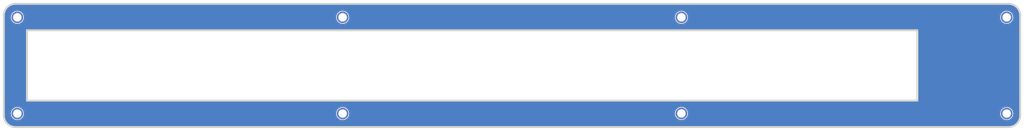
<source format=kicad_pcb>
(kicad_pcb (version 20221018) (generator pcbnew)
  (layers (0 "F.Cu" signal) (31 "B.Cu" signal) (34 "B.Paste" user) (35 "F.Paste" user) (36 "B.SilkS" user "B.Silkscreen") (37 "F.SilkS" user "F.Silkscreen") (38 "B.Mask" user) (39 "F.Mask" user) (44 "Edge.Cuts" user))
  (net 0 "")
  (footprint "CIS:CIS_Edge_Holes" (layer "F.Cu") (at 16.62132 125)
    (fp_text reference "REF**" hide)
    (fp_text value "CIS_Edge_1" hide)
    (pad "" thru_hole circle (at 3.5 -28.5) (size 3 3) (drill 2.2) (layers "*.Cu" "*.Mask"))
    (pad "" thru_hole circle (at 3.5 -3.5) (size 3 3) (drill 2.2) (layers "*.Cu" "*.Mask"))
    (pad "" thru_hole circle (at 88 -28.5) (size 3 3) (drill 2.2) (layers "*.Cu" "*.Mask"))
    (pad "" thru_hole circle (at 88 -3.5) (size 3 3) (drill 2.2) (layers "*.Cu" "*.Mask"))
    (pad "" thru_hole circle (at 176 -28.5) (size 3 3) (drill 2.2) (layers "*.Cu" "*.Mask"))
    (pad "" thru_hole circle (at 176 -3.5287) (size 3 3) (drill 2.2) (layers "*.Cu" "*.Mask"))
    (pad "" thru_hole circle (at 260.5 -28.5) (size 3 3) (drill 2.2) (layers "*.Cu" "*.Mask"))
    (pad "" thru_hole circle (at 260.5 -3.5) (size 3 3) (drill 2.2) (layers "*.Cu" "*.Mask"))
  )
  (footprint "CIS:CIS_Edge_L1" (layer "F.Cu") (at 16.62132 125)
    (fp_text reference "REF**" hide)
    (fp_text value "CIS_Edge_1" hide)
    (fp_line (start 0 -29) (end 0 -3) (stroke (width 0.5)) (layer "Edge.Cuts"))
    (fp_line (start 3 0) (end 261 0) (stroke (width 0.5)) (layer "Edge.Cuts"))
    (fp_line (start 261 -32) (end 3 -32) (stroke (width 0.5)) (layer "Edge.Cuts"))
    (fp_line (start 264 -3) (end 264 -29) (stroke (width 0.5)) (layer "Edge.Cuts"))
    (fp_arc (start 0 -29) (mid 0.87868 -31.12132) (end 3 -32) (stroke (width 0.5)) (layer "Edge.Cuts"))
    (fp_arc (start 3 0) (mid 0.87868 -0.87868) (end 0 -3) (stroke (width 0.5)) (layer "Edge.Cuts"))
    (fp_arc (start 261 -32) (mid 263.12132 -31.12132) (end 264 -29) (stroke (width 0.5)) (layer "Edge.Cuts"))
    (fp_arc (start 264 -3) (mid 263.12132 -0.87868) (end 261 0) (stroke (width 0.5)) (layer "Edge.Cuts"))
  )
  (gr_rect (start 22.62132 99.85) (end 253.92132 118.15) (stroke (width 0.5)) (fill none) (layer "Edge.Cuts"))
  (zone (net 0) (net_name "") (layers "F&B.Cu") (connect_pads no (clearance 0.15)) (min_thickness 0.15) (fill yes (thermal_gap 0.2) (thermal_bridge_width 0.2) (island_removal_mode 1) (island_area_min 10))
    (polygon (pts (xy 281.62132 126) (xy 15.62132 126) (xy 15.62132 92) (xy 281.62132 92)))
  )
)
</source>
